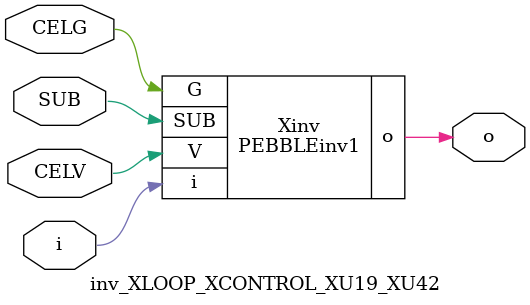
<source format=v>



module PEBBLEinv1 ( o, G, SUB, V, i );

  input V;
  input i;
  input G;
  output o;
  input SUB;
endmodule

//Celera Confidential Do Not Copy inv_XLOOP_XCONTROL_XU19_XU42
//Celera Confidential Symbol Generator
//5V Inverter
module inv_XLOOP_XCONTROL_XU19_XU42 (CELV,CELG,i,o,SUB);
input CELV;
input CELG;
input i;
input SUB;
output o;

//Celera Confidential Do Not Copy inv
PEBBLEinv1 Xinv(
.V (CELV),
.i (i),
.o (o),
.SUB (SUB),
.G (CELG)
);
//,diesize,PEBBLEinv1

//Celera Confidential Do Not Copy Module End
//Celera Schematic Generator
endmodule

</source>
